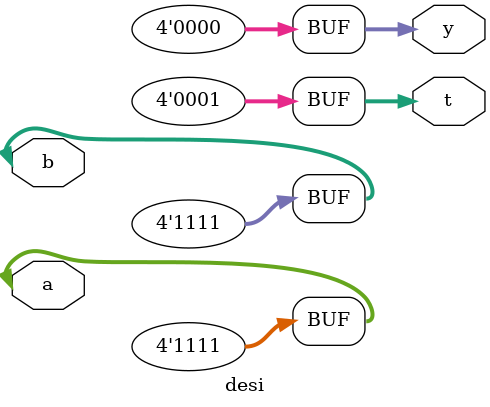
<source format=v>
module desi(
  input [3:0] a,b,
  output [3:0] t,y
  //output carry
       );
      // wire c_in=1;
       assign a=15;
       assign b=15;
       assign t=a/b;
       assign y=a%b;
   
    initial begin
    $monitor(" a=%b b=%b   %b %b  ",$realtime,a,b,t,y);
    end
    
endmodule

</source>
